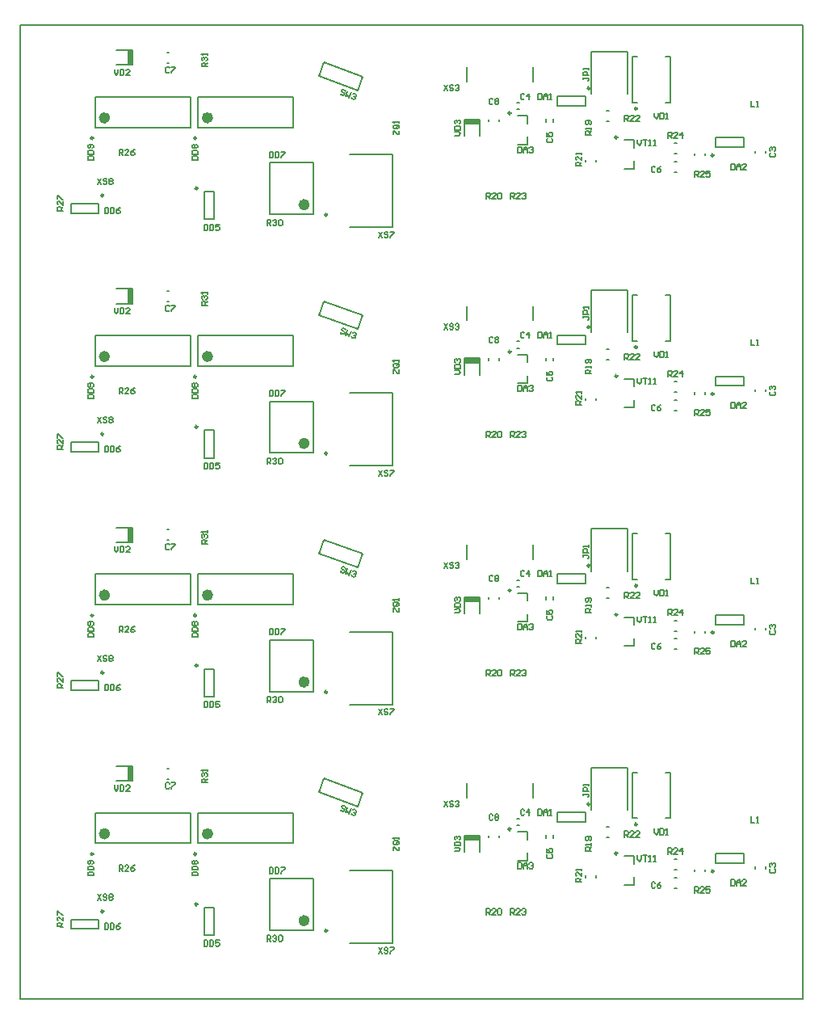
<source format=gto>
G04*
G04 #@! TF.GenerationSoftware,Altium Limited,Altium Designer,20.2.7 (254)*
G04*
G04 Layer_Color=65535*
%FSLAX44Y44*%
%MOMM*%
G71*
G04*
G04 #@! TF.SameCoordinates,9E9914D9-28FD-47AE-AA4C-24E4B2164C89*
G04*
G04*
G04 #@! TF.FilePolarity,Positive*
G04*
G01*
G75*
%ADD10C,0.2500*%
%ADD11C,0.6000*%
%ADD12C,0.2000*%
%ADD13C,0.1500*%
%ADD14R,0.5500X1.5500*%
%ADD15R,1.5500X0.5500*%
D10*
X596730Y453680D02*
G03*
X596730Y453680I-1250J0D01*
G01*
Y703680D02*
G03*
X596730Y703680I-1250J0D01*
G01*
Y953680D02*
G03*
X596730Y953680I-1250J0D01*
G01*
X726650Y383500D02*
G03*
X726650Y383500I-1250J0D01*
G01*
Y633500D02*
G03*
X726650Y633500I-1250J0D01*
G01*
Y883500D02*
G03*
X726650Y883500I-1250J0D01*
G01*
X513890Y427700D02*
G03*
X513890Y427700I-1250J0D01*
G01*
Y677700D02*
G03*
X513890Y677700I-1250J0D01*
G01*
Y927700D02*
G03*
X513890Y927700I-1250J0D01*
G01*
X185550Y348960D02*
G03*
X185550Y348960I-1250J0D01*
G01*
Y598960D02*
G03*
X185550Y598960I-1250J0D01*
G01*
Y848960D02*
G03*
X185550Y848960I-1250J0D01*
G01*
X86900Y341450D02*
G03*
X86900Y341450I-1250J0D01*
G01*
Y591450D02*
G03*
X86900Y591450I-1250J0D01*
G01*
Y841450D02*
G03*
X86900Y841450I-1250J0D01*
G01*
X321410Y321190D02*
G03*
X321410Y321190I-1250J0D01*
G01*
Y571190D02*
G03*
X321410Y571190I-1250J0D01*
G01*
Y821190D02*
G03*
X321410Y821190I-1250J0D01*
G01*
X184200Y401500D02*
G03*
X184200Y401500I-1250J0D01*
G01*
Y651500D02*
G03*
X184200Y651500I-1250J0D01*
G01*
Y901500D02*
G03*
X184200Y901500I-1250J0D01*
G01*
X76250Y401500D02*
G03*
X76250Y401500I-1250J0D01*
G01*
Y651500D02*
G03*
X76250Y651500I-1250J0D01*
G01*
Y901500D02*
G03*
X76250Y901500I-1250J0D01*
G01*
X646300Y432540D02*
G03*
X646300Y432540I-1250J0D01*
G01*
Y682540D02*
G03*
X646300Y682540I-1250J0D01*
G01*
Y932540D02*
G03*
X646300Y932540I-1250J0D01*
G01*
X625650Y402300D02*
G03*
X625650Y402300I-1250J0D01*
G01*
Y652300D02*
G03*
X625650Y652300I-1250J0D01*
G01*
Y902300D02*
G03*
X625650Y902300I-1250J0D01*
G01*
X596730Y203680D02*
G03*
X596730Y203680I-1250J0D01*
G01*
X726650Y133500D02*
G03*
X726650Y133500I-1250J0D01*
G01*
X646300Y182540D02*
G03*
X646300Y182540I-1250J0D01*
G01*
X625650Y152300D02*
G03*
X625650Y152300I-1250J0D01*
G01*
X513890Y177700D02*
G03*
X513890Y177700I-1250J0D01*
G01*
X185550Y98960D02*
G03*
X185550Y98960I-1250J0D01*
G01*
X86900Y91450D02*
G03*
X86900Y91450I-1250J0D01*
G01*
X321410Y71190D02*
G03*
X321410Y71190I-1250J0D01*
G01*
X184200Y151500D02*
G03*
X184200Y151500I-1250J0D01*
G01*
X76250D02*
G03*
X76250Y151500I-1250J0D01*
G01*
D11*
X300160Y331740D02*
G03*
X300160Y331740I-3000J0D01*
G01*
Y581740D02*
G03*
X300160Y581740I-3000J0D01*
G01*
Y831740D02*
G03*
X300160Y831740I-3000J0D01*
G01*
X198900Y422750D02*
G03*
X198900Y422750I-3000J0D01*
G01*
Y672750D02*
G03*
X198900Y672750I-3000J0D01*
G01*
Y922750D02*
G03*
X198900Y922750I-3000J0D01*
G01*
X90950Y422750D02*
G03*
X90950Y422750I-3000J0D01*
G01*
Y672750D02*
G03*
X90950Y672750I-3000J0D01*
G01*
Y922750D02*
G03*
X90950Y922750I-3000J0D01*
G01*
X300160Y81740D02*
G03*
X300160Y81740I-3000J0D01*
G01*
X198900Y172750D02*
G03*
X198900Y172750I-3000J0D01*
G01*
X90950D02*
G03*
X90950Y172750I-3000J0D01*
G01*
D12*
X0Y1020000D02*
X820000D01*
X0Y0D02*
Y1020000D01*
Y0D02*
X820000D01*
Y1020000D01*
X770100Y386200D02*
Y388200D01*
X781100Y386200D02*
Y388200D01*
X770100Y636200D02*
Y638200D01*
X781100Y636200D02*
Y638200D01*
X770100Y886200D02*
Y888200D01*
X781100Y886200D02*
Y888200D01*
X520100Y438600D02*
X523100D01*
X520100Y431600D02*
X523100D01*
X520100Y688600D02*
X523100D01*
X520100Y681600D02*
X523100D01*
X520100Y938600D02*
X523100D01*
X520100Y931600D02*
X523100D01*
X551120Y418360D02*
Y421360D01*
X558120Y418360D02*
Y421360D01*
X551120Y668360D02*
Y671360D01*
X558120Y668360D02*
Y671360D01*
X551120Y918360D02*
Y921360D01*
X558120Y918360D02*
Y921360D01*
X685700Y366100D02*
X687700D01*
X685700Y377100D02*
X687700D01*
X685700Y616100D02*
X687700D01*
X685700Y627100D02*
X687700D01*
X685700Y866100D02*
X687700D01*
X685700Y877100D02*
X687700D01*
X153620Y491400D02*
X155620D01*
X153620Y480400D02*
X155620D01*
X153620Y741400D02*
X155620D01*
X153620Y730400D02*
X155620D01*
X153620Y991400D02*
X155620D01*
X153620Y980400D02*
X155620D01*
X490700Y418860D02*
Y420860D01*
X501700Y418860D02*
Y420860D01*
X490700Y668860D02*
Y670860D01*
X501700Y668860D02*
Y670860D01*
X490700Y918860D02*
Y920860D01*
X501700Y918860D02*
Y920860D01*
X562980Y435180D02*
X591980D01*
X562980Y445180D02*
X591980D01*
X562980Y435180D02*
Y445180D01*
X591980Y435180D02*
Y445180D01*
X562980Y685180D02*
X591980D01*
X562980Y695180D02*
X591980D01*
X562980Y685180D02*
Y695180D01*
X591980Y685180D02*
Y695180D01*
X562980Y935180D02*
X591980D01*
X562980Y945180D02*
X591980D01*
X562980Y935180D02*
Y945180D01*
X591980Y935180D02*
Y945180D01*
X728900Y402000D02*
X757900D01*
X728900Y392000D02*
X757900D01*
Y402000D01*
X728900Y392000D02*
Y402000D01*
Y652000D02*
X757900D01*
X728900Y642000D02*
X757900D01*
Y652000D01*
X728900Y642000D02*
Y652000D01*
Y902000D02*
X757900D01*
X728900Y892000D02*
X757900D01*
Y902000D01*
X728900Y892000D02*
Y902000D01*
X531140Y394700D02*
Y402700D01*
X521140Y394700D02*
X531140D01*
Y416700D02*
Y424700D01*
X521140D02*
X531140D01*
Y644700D02*
Y652700D01*
X521140Y644700D02*
X531140D01*
Y666700D02*
Y674700D01*
X521140D02*
X531140D01*
Y894700D02*
Y902700D01*
X521140Y894700D02*
X531140D01*
Y916700D02*
Y924700D01*
X521140D02*
X531140D01*
X202800Y316460D02*
Y345460D01*
X192800Y316460D02*
Y345460D01*
Y316460D02*
X202800D01*
X192800Y345460D02*
X202800D01*
Y566460D02*
Y595460D01*
X192800Y566460D02*
Y595460D01*
Y566460D02*
X202800D01*
X192800Y595460D02*
X202800D01*
Y816460D02*
Y845460D01*
X192800Y816460D02*
Y845460D01*
Y816460D02*
X202800D01*
X192800Y845460D02*
X202800D01*
X53150Y322950D02*
X82150D01*
X53150Y332950D02*
X82150D01*
X53150Y322950D02*
Y332950D01*
X82150Y322950D02*
Y332950D01*
X53150Y572950D02*
X82150D01*
X53150Y582950D02*
X82150D01*
X53150Y572950D02*
Y582950D01*
X82150Y572950D02*
Y582950D01*
X53150Y822950D02*
X82150D01*
X53150Y832950D02*
X82150D01*
X53150Y822950D02*
Y832950D01*
X82150Y822950D02*
Y832950D01*
X261160Y375740D02*
X307160D01*
X261160Y321740D02*
X307160D01*
X261160D02*
Y375740D01*
X307160Y321740D02*
Y375740D01*
X261160Y625740D02*
X307160D01*
X261160Y571740D02*
X307160D01*
X261160D02*
Y625740D01*
X307160Y571740D02*
Y625740D01*
X261160Y875740D02*
X307160D01*
X261160Y821740D02*
X307160D01*
X261160D02*
Y875740D01*
X307160Y821740D02*
Y875740D01*
X285900Y412750D02*
Y444750D01*
X185900Y412750D02*
Y444750D01*
X285900D01*
X185900Y412750D02*
X285900D01*
Y662750D02*
Y694750D01*
X185900Y662750D02*
Y694750D01*
X285900D01*
X185900Y662750D02*
X285900D01*
Y912750D02*
Y944750D01*
X185900Y912750D02*
Y944750D01*
X285900D01*
X185900Y912750D02*
X285900D01*
X177950Y412750D02*
Y444750D01*
X77950Y412750D02*
Y444750D01*
X177950D01*
X77950Y412750D02*
X177950D01*
Y662750D02*
Y694750D01*
X77950Y662750D02*
Y694750D01*
X177950D01*
X77950Y662750D02*
X177950D01*
Y912750D02*
Y944750D01*
X77950Y912750D02*
Y944750D01*
X177950D01*
X77950Y912750D02*
X177950D01*
X597800Y492250D02*
X635900D01*
Y447800D02*
Y492250D01*
X597800Y447800D02*
Y492250D01*
Y742250D02*
X635900D01*
Y697800D02*
Y742250D01*
X597800Y697800D02*
Y742250D01*
Y992250D02*
X635900D01*
Y947800D02*
Y992250D01*
X597800Y947800D02*
Y992250D01*
X592300Y376950D02*
Y378950D01*
X603300Y376950D02*
Y378950D01*
X592300Y626950D02*
Y628950D01*
X603300Y626950D02*
Y628950D01*
X592300Y876950D02*
Y878950D01*
X603300Y876950D02*
Y878950D01*
X614580Y419440D02*
X616580Y419440D01*
X614580Y430440D02*
X616580Y430440D01*
X614580Y669440D02*
X616580Y669440D01*
X614580Y680440D02*
X616580Y680440D01*
X614580Y919440D02*
X616580Y919440D01*
X614580Y930440D02*
X616580Y930440D01*
X685700Y385150D02*
X687700D01*
X685700Y396150D02*
X687700D01*
X685700Y635150D02*
X687700D01*
X685700Y646150D02*
X687700D01*
X685700Y885150D02*
X687700D01*
X685700Y896150D02*
X687700D01*
X706600Y383300D02*
Y385300D01*
X717600Y383300D02*
Y385300D01*
X706600Y633300D02*
Y635300D01*
X717600Y633300D02*
Y635300D01*
X706600Y883300D02*
Y885300D01*
X717600Y883300D02*
Y885300D01*
X676050Y487040D02*
X681300D01*
X676050Y439040D02*
X681300D01*
X641300Y487040D02*
X646550D01*
X641300Y439040D02*
X646550D01*
X681300D02*
Y487040D01*
X641300Y439040D02*
Y487040D01*
X676050Y737040D02*
X681300D01*
X676050Y689040D02*
X681300D01*
X641300Y737040D02*
X646550D01*
X641300Y689040D02*
X646550D01*
X681300D02*
Y737040D01*
X641300Y689040D02*
Y737040D01*
X676050Y987040D02*
X681300D01*
X676050Y939040D02*
X681300D01*
X641300Y987040D02*
X646550D01*
X641300Y939040D02*
X646550D01*
X681300D02*
Y987040D01*
X641300Y939040D02*
Y987040D01*
X117400Y478150D02*
Y493650D01*
X100400D02*
X117400D01*
X100400Y478150D02*
X117400D01*
Y728150D02*
Y743650D01*
X100400D02*
X117400D01*
X100400Y728150D02*
X117400D01*
Y978150D02*
Y993650D01*
X100400D02*
X117400D01*
X100400Y978150D02*
X117400D01*
X465590Y420740D02*
X481090D01*
X465590Y403740D02*
Y420740D01*
X481090Y403740D02*
Y420740D01*
X465590Y670740D02*
X481090D01*
X465590Y653740D02*
Y670740D01*
X481090Y653740D02*
Y670740D01*
X465590Y920740D02*
X481090D01*
X465590Y903740D02*
Y920740D01*
X481090Y903740D02*
Y920740D01*
X642900Y369300D02*
Y377300D01*
X632900Y369300D02*
X642900D01*
Y391300D02*
Y399300D01*
X632900D02*
X642900D01*
Y619300D02*
Y627300D01*
X632900Y619300D02*
X642900D01*
Y641300D02*
Y649300D01*
X632900D02*
X642900D01*
Y869300D02*
Y877300D01*
X632900Y869300D02*
X642900D01*
Y891300D02*
Y899300D01*
X632900D02*
X642900D01*
X467400Y460500D02*
Y475500D01*
X537400Y460500D02*
Y475500D01*
X467400Y710500D02*
Y725500D01*
X537400Y710500D02*
Y725500D01*
X467400Y960500D02*
Y975500D01*
X537400Y960500D02*
Y975500D01*
X345120Y308100D02*
X390120D01*
Y384300D01*
X345120D02*
X390120D01*
X345120Y558100D02*
X390120D01*
Y634300D01*
X345120D02*
X390120D01*
X345120Y808100D02*
X390120D01*
Y884300D01*
X345120D02*
X390120D01*
X781100Y136200D02*
Y138200D01*
X770100Y136200D02*
Y138200D01*
X520100Y181600D02*
X523100D01*
X520100Y188600D02*
X523100D01*
X558120Y168360D02*
Y171360D01*
X551120Y168360D02*
Y171360D01*
X685700Y127100D02*
X687700D01*
X685700Y116100D02*
X687700D01*
X591980Y185180D02*
Y195180D01*
X562980Y185180D02*
Y195180D01*
X591980D01*
X562980Y185180D02*
X591980D01*
X728900Y142000D02*
Y152000D01*
X757900Y142000D02*
Y152000D01*
X728900Y142000D02*
X757900D01*
X728900Y152000D02*
X757900D01*
X597800Y197800D02*
Y242250D01*
X635900Y197800D02*
Y242250D01*
X597800D02*
X635900D01*
X603300Y126950D02*
Y128950D01*
X592300Y126950D02*
Y128950D01*
X614580Y180440D02*
X616580Y180440D01*
X614580Y169440D02*
X616580Y169440D01*
X685700Y146150D02*
X687700D01*
X685700Y135150D02*
X687700D01*
X717600Y133300D02*
Y135300D01*
X706600Y133300D02*
Y135300D01*
X641300Y189040D02*
Y237040D01*
X681300Y189040D02*
Y237040D01*
X641300Y189040D02*
X646550D01*
X641300Y237040D02*
X646550D01*
X676050Y189040D02*
X681300D01*
X676050Y237040D02*
X681300D01*
X632900Y149300D02*
X642900D01*
Y141300D02*
Y149300D01*
X632900Y119300D02*
X642900D01*
Y127300D01*
X537400Y210500D02*
Y225500D01*
X467400Y210500D02*
Y225500D01*
X481090Y153740D02*
Y170740D01*
X465590Y153740D02*
Y170740D01*
X481090D01*
X521140Y174700D02*
X531140D01*
Y166700D02*
Y174700D01*
X521140Y144700D02*
X531140D01*
Y152700D01*
X501700Y168860D02*
Y170860D01*
X490700Y168860D02*
Y170860D01*
X353554Y951546D02*
X358766Y965867D01*
X318190Y980636D02*
X358766Y965867D01*
X312978Y966315D02*
X318190Y980636D01*
X312978Y966315D02*
X353554Y951546D01*
Y701546D02*
X358766Y715867D01*
X318190Y730636D02*
X358766Y715867D01*
X312978Y716315D02*
X318190Y730636D01*
X312978Y716315D02*
X353554Y701546D01*
Y451546D02*
X358766Y465867D01*
X318190Y480636D02*
X358766Y465867D01*
X312978Y466315D02*
X318190Y480636D01*
X312978Y466315D02*
X353554Y451546D01*
X153620Y230400D02*
X155620D01*
X153620Y241400D02*
X155620D01*
X192800Y95460D02*
X202800D01*
X192800Y66460D02*
X202800D01*
X192800D02*
Y95460D01*
X202800Y66460D02*
Y95460D01*
X82150Y72950D02*
Y82950D01*
X53150Y72950D02*
Y82950D01*
X82150D01*
X53150Y72950D02*
X82150D01*
X307160Y71740D02*
Y125740D01*
X261160Y71740D02*
Y125740D01*
Y71740D02*
X307160D01*
X261160Y125740D02*
X307160D01*
X185900Y162750D02*
X285900D01*
X185900Y194750D02*
X285900D01*
X185900Y162750D02*
Y194750D01*
X285900Y162750D02*
Y194750D01*
X77950Y162750D02*
X177950D01*
X77950Y194750D02*
X177950D01*
X77950Y162750D02*
Y194750D01*
X177950Y162750D02*
Y194750D01*
X100400Y228150D02*
X117400D01*
X100400Y243650D02*
X117400D01*
Y228150D02*
Y243650D01*
X345120Y134300D02*
X390120D01*
Y58100D02*
Y134300D01*
X345120Y58100D02*
X390120D01*
X353554Y201546D02*
X358766Y215867D01*
X318190Y230636D02*
X358766Y215867D01*
X312978Y216315D02*
X318190Y230636D01*
X312978Y216315D02*
X353554Y201546D01*
D13*
X786313Y385817D02*
X785325Y384805D01*
X785349Y382806D01*
X786360Y381818D01*
X790359Y381866D01*
X791346Y382877D01*
X791322Y384876D01*
X790311Y385864D01*
X786289Y387816D02*
X785277Y388804D01*
X785254Y390803D01*
X786242Y391814D01*
X787241Y391826D01*
X788253Y390839D01*
X788264Y389839D01*
X788253Y390839D01*
X789240Y391850D01*
X790240Y391862D01*
X791251Y390874D01*
X791275Y388875D01*
X790287Y387863D01*
X786313Y635817D02*
X785325Y634805D01*
X785349Y632806D01*
X786360Y631818D01*
X790359Y631866D01*
X791346Y632877D01*
X791322Y634876D01*
X790311Y635864D01*
X786289Y637816D02*
X785277Y638804D01*
X785254Y640803D01*
X786242Y641814D01*
X787241Y641826D01*
X788253Y640838D01*
X788264Y639839D01*
X788253Y640838D01*
X789240Y641850D01*
X790240Y641862D01*
X791251Y640874D01*
X791275Y638875D01*
X790287Y637863D01*
X786313Y885817D02*
X785325Y884805D01*
X785349Y882806D01*
X786360Y881818D01*
X790359Y881866D01*
X791346Y882877D01*
X791322Y884876D01*
X790311Y885864D01*
X786289Y887816D02*
X785277Y888804D01*
X785254Y890803D01*
X786242Y891814D01*
X787241Y891826D01*
X788253Y890838D01*
X788264Y889839D01*
X788253Y890838D01*
X789240Y891850D01*
X790240Y891862D01*
X791251Y890874D01*
X791275Y888875D01*
X790287Y887863D01*
X528220Y447259D02*
X527221Y448259D01*
X525221D01*
X524222Y447259D01*
Y443261D01*
X525221Y442261D01*
X527221D01*
X528220Y443261D01*
X533219Y442261D02*
Y448259D01*
X530220Y445260D01*
X534218D01*
X528220Y697259D02*
X527221Y698259D01*
X525221D01*
X524222Y697259D01*
Y693261D01*
X525221Y692261D01*
X527221D01*
X528220Y693261D01*
X533219Y692261D02*
Y698259D01*
X530220Y695260D01*
X534218D01*
X528220Y947259D02*
X527221Y948259D01*
X525221D01*
X524222Y947259D01*
Y943261D01*
X525221Y942261D01*
X527221D01*
X528220Y943261D01*
X533219Y942261D02*
Y948259D01*
X530220Y945260D01*
X534218D01*
X552621Y401080D02*
X551621Y400081D01*
Y398081D01*
X552621Y397082D01*
X556619D01*
X557619Y398081D01*
Y400081D01*
X556619Y401080D01*
X551621Y407078D02*
Y403080D01*
X554620D01*
X553620Y405079D01*
Y406079D01*
X554620Y407078D01*
X556619D01*
X557619Y406079D01*
Y404079D01*
X556619Y403080D01*
X552621Y651080D02*
X551621Y650081D01*
Y648081D01*
X552621Y647082D01*
X556619D01*
X557619Y648081D01*
Y650081D01*
X556619Y651080D01*
X551621Y657078D02*
Y653080D01*
X554620D01*
X553620Y655079D01*
Y656079D01*
X554620Y657078D01*
X556619D01*
X557619Y656079D01*
Y654079D01*
X556619Y653080D01*
X552621Y901080D02*
X551621Y900081D01*
Y898081D01*
X552621Y897082D01*
X556619D01*
X557619Y898081D01*
Y900081D01*
X556619Y901080D01*
X551621Y907078D02*
Y903080D01*
X554620D01*
X553620Y905079D01*
Y906079D01*
X554620Y907078D01*
X556619D01*
X557619Y906079D01*
Y904079D01*
X556619Y903080D01*
X665380Y371059D02*
X664381Y372059D01*
X662381D01*
X661382Y371059D01*
Y367061D01*
X662381Y366061D01*
X664381D01*
X665380Y367061D01*
X671378Y372059D02*
X669379Y371059D01*
X667380Y369060D01*
Y367061D01*
X668379Y366061D01*
X670379D01*
X671378Y367061D01*
Y368060D01*
X670379Y369060D01*
X667380D01*
X665380Y621059D02*
X664381Y622059D01*
X662381D01*
X661382Y621059D01*
Y617061D01*
X662381Y616061D01*
X664381D01*
X665380Y617061D01*
X671378Y622059D02*
X669379Y621059D01*
X667380Y619060D01*
Y617061D01*
X668379Y616061D01*
X670379D01*
X671378Y617061D01*
Y618060D01*
X670379Y619060D01*
X667380D01*
X665380Y871059D02*
X664381Y872059D01*
X662381D01*
X661382Y871059D01*
Y867061D01*
X662381Y866061D01*
X664381D01*
X665380Y867061D01*
X671378Y872059D02*
X669379Y871059D01*
X667380Y869060D01*
Y867061D01*
X668379Y866061D01*
X670379D01*
X671378Y867061D01*
Y868060D01*
X670379Y869060D01*
X667380D01*
X156160Y475199D02*
X155161Y476199D01*
X153161D01*
X152162Y475199D01*
Y471201D01*
X153161Y470201D01*
X155161D01*
X156160Y471201D01*
X158160Y476199D02*
X162158D01*
Y475199D01*
X158160Y471201D01*
Y470201D01*
X156160Y725199D02*
X155161Y726199D01*
X153161D01*
X152162Y725199D01*
Y721201D01*
X153161Y720201D01*
X155161D01*
X156160Y721201D01*
X158160Y726199D02*
X162158D01*
Y725199D01*
X158160Y721201D01*
Y720201D01*
X156160Y975199D02*
X155161Y976199D01*
X153161D01*
X152162Y975199D01*
Y971201D01*
X153161Y970201D01*
X155161D01*
X156160Y971201D01*
X158160Y976199D02*
X162158D01*
Y975199D01*
X158160Y971201D01*
Y970201D01*
X495200Y442179D02*
X494201Y443179D01*
X492201D01*
X491202Y442179D01*
Y438181D01*
X492201Y437181D01*
X494201D01*
X495200Y438181D01*
X497200Y442179D02*
X498199Y443179D01*
X500199D01*
X501198Y442179D01*
Y441180D01*
X500199Y440180D01*
X501198Y439180D01*
Y438181D01*
X500199Y437181D01*
X498199D01*
X497200Y438181D01*
Y439180D01*
X498199Y440180D01*
X497200Y441180D01*
Y442179D01*
X498199Y440180D02*
X500199D01*
X495200Y692179D02*
X494201Y693179D01*
X492201D01*
X491202Y692179D01*
Y688181D01*
X492201Y687181D01*
X494201D01*
X495200Y688181D01*
X497200Y692179D02*
X498199Y693179D01*
X500199D01*
X501198Y692179D01*
Y691180D01*
X500199Y690180D01*
X501198Y689180D01*
Y688181D01*
X500199Y687181D01*
X498199D01*
X497200Y688181D01*
Y689180D01*
X498199Y690180D01*
X497200Y691180D01*
Y692179D01*
X498199Y690180D02*
X500199D01*
X495200Y942179D02*
X494201Y943179D01*
X492201D01*
X491202Y942179D01*
Y938181D01*
X492201Y937181D01*
X494201D01*
X495200Y938181D01*
X497200Y942179D02*
X498199Y943179D01*
X500199D01*
X501198Y942179D01*
Y941180D01*
X500199Y940180D01*
X501198Y939180D01*
Y938181D01*
X500199Y937181D01*
X498199D01*
X497200Y938181D01*
Y939180D01*
X498199Y940180D01*
X497200Y941180D01*
Y942179D01*
X498199Y940180D02*
X500199D01*
X542542Y448259D02*
Y442261D01*
X545541D01*
X546541Y443261D01*
Y447259D01*
X545541Y448259D01*
X542542D01*
X548540Y442261D02*
Y446260D01*
X550540Y448259D01*
X552539Y446260D01*
Y442261D01*
Y445260D01*
X548540D01*
X554538Y442261D02*
X556538D01*
X555538D01*
Y448259D01*
X554538Y447259D01*
X542542Y698259D02*
Y692261D01*
X545541D01*
X546541Y693261D01*
Y697259D01*
X545541Y698259D01*
X542542D01*
X548540Y692261D02*
Y696260D01*
X550540Y698259D01*
X552539Y696260D01*
Y692261D01*
Y695260D01*
X548540D01*
X554538Y692261D02*
X556538D01*
X555538D01*
Y698259D01*
X554538Y697259D01*
X542542Y948259D02*
Y942261D01*
X545541D01*
X546541Y943261D01*
Y947259D01*
X545541Y948259D01*
X542542D01*
X548540Y942261D02*
Y946260D01*
X550540Y948259D01*
X552539Y946260D01*
Y942261D01*
Y945260D01*
X548540D01*
X554538Y942261D02*
X556538D01*
X555538D01*
Y948259D01*
X554538Y947259D01*
X744743Y374599D02*
Y368601D01*
X747742D01*
X748741Y369601D01*
Y373599D01*
X747742Y374599D01*
X744743D01*
X750741Y368601D02*
Y372600D01*
X752740Y374599D01*
X754739Y372600D01*
Y368601D01*
Y371600D01*
X750741D01*
X760737Y368601D02*
X756739D01*
X760737Y372600D01*
Y373599D01*
X759738Y374599D01*
X757738D01*
X756739Y373599D01*
X744743Y624599D02*
Y618601D01*
X747742D01*
X748741Y619601D01*
Y623599D01*
X747742Y624599D01*
X744743D01*
X750741Y618601D02*
Y622600D01*
X752740Y624599D01*
X754739Y622600D01*
Y618601D01*
Y621600D01*
X750741D01*
X760737Y618601D02*
X756739D01*
X760737Y622600D01*
Y623599D01*
X759738Y624599D01*
X757738D01*
X756739Y623599D01*
X744743Y874599D02*
Y868601D01*
X747742D01*
X748741Y869601D01*
Y873599D01*
X747742Y874599D01*
X744743D01*
X750741Y868601D02*
Y872600D01*
X752740Y874599D01*
X754739Y872600D01*
Y868601D01*
Y871600D01*
X750741D01*
X760737Y868601D02*
X756739D01*
X760737Y872600D01*
Y873599D01*
X759738Y874599D01*
X757738D01*
X756739Y873599D01*
X521223Y392379D02*
Y386381D01*
X524222D01*
X525221Y387381D01*
Y391379D01*
X524222Y392379D01*
X521223D01*
X527221Y386381D02*
Y390380D01*
X529220Y392379D01*
X531219Y390380D01*
Y386381D01*
Y389380D01*
X527221D01*
X533219Y391379D02*
X534218Y392379D01*
X536218D01*
X537217Y391379D01*
Y390380D01*
X536218Y389380D01*
X535218D01*
X536218D01*
X537217Y388380D01*
Y387381D01*
X536218Y386381D01*
X534218D01*
X533219Y387381D01*
X521223Y642379D02*
Y636381D01*
X524222D01*
X525221Y637381D01*
Y641379D01*
X524222Y642379D01*
X521223D01*
X527221Y636381D02*
Y640380D01*
X529220Y642379D01*
X531219Y640380D01*
Y636381D01*
Y639380D01*
X527221D01*
X533219Y641379D02*
X534218Y642379D01*
X536218D01*
X537217Y641379D01*
Y640380D01*
X536218Y639380D01*
X535218D01*
X536218D01*
X537217Y638380D01*
Y637381D01*
X536218Y636381D01*
X534218D01*
X533219Y637381D01*
X521223Y892379D02*
Y886381D01*
X524222D01*
X525221Y887381D01*
Y891379D01*
X524222Y892379D01*
X521223D01*
X527221Y886381D02*
Y890380D01*
X529220Y892379D01*
X531219Y890380D01*
Y886381D01*
Y889380D01*
X527221D01*
X533219Y891379D02*
X534218Y892379D01*
X536218D01*
X537217Y891379D01*
Y890380D01*
X536218Y889380D01*
X535218D01*
X536218D01*
X537217Y888380D01*
Y887381D01*
X536218Y886381D01*
X534218D01*
X533219Y887381D01*
X192343Y311099D02*
Y305101D01*
X195342D01*
X196341Y306101D01*
Y310099D01*
X195342Y311099D01*
X192343D01*
X198341D02*
Y305101D01*
X201340D01*
X202339Y306101D01*
Y310099D01*
X201340Y311099D01*
X198341D01*
X208337D02*
X204339D01*
Y308100D01*
X206338Y309100D01*
X207338D01*
X208337Y308100D01*
Y306101D01*
X207338Y305101D01*
X205338D01*
X204339Y306101D01*
X192343Y561099D02*
Y555101D01*
X195342D01*
X196341Y556101D01*
Y560099D01*
X195342Y561099D01*
X192343D01*
X198341D02*
Y555101D01*
X201340D01*
X202339Y556101D01*
Y560099D01*
X201340Y561099D01*
X198341D01*
X208337D02*
X204339D01*
Y558100D01*
X206338Y559100D01*
X207338D01*
X208337Y558100D01*
Y556101D01*
X207338Y555101D01*
X205338D01*
X204339Y556101D01*
X192343Y811099D02*
Y805101D01*
X195342D01*
X196341Y806101D01*
Y810099D01*
X195342Y811099D01*
X192343D01*
X198341D02*
Y805101D01*
X201340D01*
X202339Y806101D01*
Y810099D01*
X201340Y811099D01*
X198341D01*
X208337D02*
X204339D01*
Y808100D01*
X206338Y809100D01*
X207338D01*
X208337Y808100D01*
Y806101D01*
X207338Y805101D01*
X205338D01*
X204339Y806101D01*
X88203Y328879D02*
Y322881D01*
X91202D01*
X92201Y323881D01*
Y327879D01*
X91202Y328879D01*
X88203D01*
X94201D02*
Y322881D01*
X97200D01*
X98199Y323881D01*
Y327879D01*
X97200Y328879D01*
X94201D01*
X104197D02*
X102198Y327879D01*
X100199Y325880D01*
Y323881D01*
X101198Y322881D01*
X103198D01*
X104197Y323881D01*
Y324880D01*
X103198Y325880D01*
X100199D01*
X88203Y578879D02*
Y572881D01*
X91202D01*
X92201Y573881D01*
Y577879D01*
X91202Y578879D01*
X88203D01*
X94201D02*
Y572881D01*
X97200D01*
X98199Y573881D01*
Y577879D01*
X97200Y578879D01*
X94201D01*
X104197D02*
X102198Y577879D01*
X100199Y575880D01*
Y573881D01*
X101198Y572881D01*
X103198D01*
X104197Y573881D01*
Y574880D01*
X103198Y575880D01*
X100199D01*
X88203Y828879D02*
Y822881D01*
X91202D01*
X92201Y823881D01*
Y827879D01*
X91202Y828879D01*
X88203D01*
X94201D02*
Y822881D01*
X97200D01*
X98199Y823881D01*
Y827879D01*
X97200Y828879D01*
X94201D01*
X104197D02*
X102198Y827879D01*
X100199Y825880D01*
Y823881D01*
X101198Y822881D01*
X103198D01*
X104197Y823881D01*
Y824880D01*
X103198Y825880D01*
X100199D01*
X260923Y387299D02*
Y381301D01*
X263922D01*
X264921Y382301D01*
Y386299D01*
X263922Y387299D01*
X260923D01*
X266921D02*
Y381301D01*
X269920D01*
X270919Y382301D01*
Y386299D01*
X269920Y387299D01*
X266921D01*
X272919D02*
X276917D01*
Y386299D01*
X272919Y382301D01*
Y381301D01*
X260923Y637299D02*
Y631301D01*
X263922D01*
X264921Y632301D01*
Y636299D01*
X263922Y637299D01*
X260923D01*
X266921D02*
Y631301D01*
X269920D01*
X270919Y632301D01*
Y636299D01*
X269920Y637299D01*
X266921D01*
X272919D02*
X276917D01*
Y636299D01*
X272919Y632301D01*
Y631301D01*
X260923Y887299D02*
Y881301D01*
X263922D01*
X264921Y882301D01*
Y886299D01*
X263922Y887299D01*
X260923D01*
X266921D02*
Y881301D01*
X269920D01*
X270919Y882301D01*
Y886299D01*
X269920Y887299D01*
X266921D01*
X272919D02*
X276917D01*
Y886299D01*
X272919Y882301D01*
Y881301D01*
X179600Y378828D02*
X185598Y378857D01*
X185583Y381856D01*
X184579Y382851D01*
X180580Y382832D01*
X179585Y381827D01*
X179600Y378828D01*
X179571Y384826D02*
X185569Y384855D01*
X185554Y387854D01*
X184550Y388849D01*
X180551Y388830D01*
X179556Y387825D01*
X179571Y384826D01*
X180541Y390829D02*
X179537Y391824D01*
X179527Y393823D01*
X180522Y394828D01*
X181522Y394832D01*
X182526Y393838D01*
X183521Y394842D01*
X184521Y394847D01*
X185525Y393852D01*
X185535Y391853D01*
X184540Y390848D01*
X183540Y390844D01*
X182536Y391838D01*
X181541Y390834D01*
X180541Y390829D01*
X182536Y391838D02*
X182526Y393838D01*
X179600Y628828D02*
X185598Y628857D01*
X185583Y631856D01*
X184579Y632851D01*
X180580Y632832D01*
X179585Y631827D01*
X179600Y628828D01*
X179571Y634826D02*
X185569Y634855D01*
X185554Y637854D01*
X184550Y638849D01*
X180551Y638830D01*
X179556Y637825D01*
X179571Y634826D01*
X180541Y640829D02*
X179537Y641824D01*
X179527Y643823D01*
X180522Y644828D01*
X181522Y644833D01*
X182526Y643838D01*
X183521Y644842D01*
X184521Y644847D01*
X185525Y643852D01*
X185535Y641853D01*
X184540Y640848D01*
X183540Y640844D01*
X182536Y641838D01*
X181541Y640834D01*
X180541Y640829D01*
X182536Y641838D02*
X182526Y643838D01*
X179600Y878828D02*
X185598Y878857D01*
X185583Y881856D01*
X184579Y882851D01*
X180580Y882832D01*
X179585Y881827D01*
X179600Y878828D01*
X179571Y884826D02*
X185569Y884855D01*
X185554Y887854D01*
X184550Y888849D01*
X180551Y888830D01*
X179556Y887825D01*
X179571Y884826D01*
X180541Y890829D02*
X179537Y891824D01*
X179527Y893823D01*
X180522Y894828D01*
X181522Y894833D01*
X182526Y893838D01*
X183521Y894842D01*
X184521Y894847D01*
X185525Y893852D01*
X185535Y891853D01*
X184540Y890848D01*
X183540Y890844D01*
X182536Y891838D01*
X181541Y890834D01*
X180541Y890829D01*
X182536Y891838D02*
X182526Y893838D01*
X70348Y378840D02*
X76346Y378845D01*
X76343Y381844D01*
X75343Y382843D01*
X71344Y382840D01*
X70345Y381839D01*
X70348Y378840D01*
X70343Y384838D02*
X76341Y384843D01*
X76338Y387842D01*
X75338Y388841D01*
X71339Y388838D01*
X70340Y387837D01*
X70343Y384838D01*
X75336Y390840D02*
X76335Y391841D01*
X76333Y393840D01*
X75333Y394839D01*
X71334Y394836D01*
X70335Y393835D01*
X70337Y391836D01*
X71337Y390837D01*
X72337Y390838D01*
X73336Y391838D01*
X73333Y394837D01*
X70348Y628840D02*
X76346Y628845D01*
X76343Y631844D01*
X75343Y632843D01*
X71344Y632840D01*
X70345Y631839D01*
X70348Y628840D01*
X70343Y634838D02*
X76341Y634843D01*
X76338Y637842D01*
X75338Y638841D01*
X71339Y638838D01*
X70340Y637837D01*
X70343Y634838D01*
X75336Y640840D02*
X76335Y641841D01*
X76333Y643840D01*
X75333Y644839D01*
X71334Y644836D01*
X70335Y643835D01*
X70337Y641836D01*
X71337Y640837D01*
X72337Y640838D01*
X73336Y641838D01*
X73333Y644837D01*
X70348Y878840D02*
X76346Y878845D01*
X76343Y881844D01*
X75343Y882843D01*
X71344Y882840D01*
X70345Y881839D01*
X70348Y878840D01*
X70343Y884838D02*
X76341Y884843D01*
X76338Y887842D01*
X75338Y888841D01*
X71339Y888838D01*
X70340Y887837D01*
X70343Y884838D01*
X75336Y890840D02*
X76335Y891841D01*
X76333Y893840D01*
X75333Y894839D01*
X71334Y894836D01*
X70335Y893835D01*
X70337Y891836D01*
X71337Y890837D01*
X72337Y890838D01*
X73336Y891838D01*
X73333Y894837D01*
X589721Y465121D02*
Y463122D01*
Y464121D01*
X594719D01*
X595719Y463122D01*
Y462122D01*
X594719Y461122D01*
X595719Y467120D02*
X589721D01*
Y470119D01*
X590721Y471119D01*
X592720D01*
X593720Y470119D01*
Y467120D01*
X595719Y473118D02*
Y475118D01*
Y474118D01*
X589721D01*
X590721Y473118D01*
X589721Y715121D02*
Y713122D01*
Y714121D01*
X594719D01*
X595719Y713122D01*
Y712122D01*
X594719Y711122D01*
X595719Y717120D02*
X589721D01*
Y720119D01*
X590721Y721119D01*
X592720D01*
X593720Y720119D01*
Y717120D01*
X595719Y723118D02*
Y725118D01*
Y724118D01*
X589721D01*
X590721Y723118D01*
X589721Y965121D02*
Y963122D01*
Y964121D01*
X594719D01*
X595719Y963122D01*
Y962122D01*
X594719Y961122D01*
X595719Y967120D02*
X589721D01*
Y970119D01*
X590721Y971119D01*
X592720D01*
X593720Y970119D01*
Y967120D01*
X595719Y973118D02*
Y975118D01*
Y974118D01*
X589721D01*
X590721Y973118D01*
X765641Y440639D02*
Y434641D01*
X769640D01*
X771639D02*
X773639D01*
X772639D01*
Y440639D01*
X771639Y439639D01*
X765641Y690639D02*
Y684641D01*
X769640D01*
X771639D02*
X773639D01*
X772639D01*
Y690639D01*
X771639Y689639D01*
X765641Y940639D02*
Y934641D01*
X769640D01*
X771639D02*
X773639D01*
X772639D01*
Y940639D01*
X771639Y939639D01*
X598210Y404723D02*
X592212Y404762D01*
X592232Y407761D01*
X593238Y408754D01*
X595237Y408741D01*
X596230Y407735D01*
X596211Y404736D01*
X596224Y406735D02*
X598236Y408722D01*
X598249Y410721D02*
X598262Y412720D01*
X598256Y411721D01*
X592258Y411760D01*
X593251Y410754D01*
X597282Y415726D02*
X598288Y416719D01*
X598302Y418718D01*
X597308Y419724D01*
X593310Y419751D01*
X592304Y418757D01*
X592290Y416758D01*
X593284Y415752D01*
X594283Y415745D01*
X595289Y416739D01*
X595309Y419737D01*
X598210Y654723D02*
X592212Y654762D01*
X592232Y657761D01*
X593238Y658754D01*
X595237Y658741D01*
X596230Y657735D01*
X596211Y654736D01*
X596224Y656735D02*
X598236Y658722D01*
X598249Y660721D02*
X598262Y662720D01*
X598256Y661721D01*
X592258Y661760D01*
X593251Y660754D01*
X597282Y665726D02*
X598288Y666719D01*
X598302Y668718D01*
X597308Y669724D01*
X593310Y669751D01*
X592304Y668757D01*
X592290Y666758D01*
X593284Y665752D01*
X594283Y665745D01*
X595289Y666738D01*
X595309Y669737D01*
X598210Y904723D02*
X592212Y904762D01*
X592232Y907761D01*
X593238Y908754D01*
X595237Y908741D01*
X596230Y907735D01*
X596211Y904736D01*
X596224Y906735D02*
X598236Y908722D01*
X598249Y910721D02*
X598262Y912720D01*
X598256Y911721D01*
X592258Y911760D01*
X593251Y910754D01*
X597282Y915726D02*
X598288Y916719D01*
X598302Y918718D01*
X597308Y919724D01*
X593310Y919751D01*
X592304Y918757D01*
X592290Y916758D01*
X593284Y915752D01*
X594283Y915745D01*
X595289Y916739D01*
X595309Y919737D01*
X488203Y338121D02*
Y344119D01*
X491202D01*
X492201Y343119D01*
Y341120D01*
X491202Y340120D01*
X488203D01*
X490202D02*
X492201Y338121D01*
X498199D02*
X494201D01*
X498199Y342120D01*
Y343119D01*
X497200Y344119D01*
X495200D01*
X494201Y343119D01*
X500199D02*
X501198Y344119D01*
X503198D01*
X504197Y343119D01*
Y339121D01*
X503198Y338121D01*
X501198D01*
X500199Y339121D01*
Y343119D01*
X488203Y588121D02*
Y594119D01*
X491202D01*
X492201Y593119D01*
Y591120D01*
X491202Y590120D01*
X488203D01*
X490202D02*
X492201Y588121D01*
X498199D02*
X494201D01*
X498199Y592120D01*
Y593119D01*
X497200Y594119D01*
X495200D01*
X494201Y593119D01*
X500199D02*
X501198Y594119D01*
X503198D01*
X504197Y593119D01*
Y589121D01*
X503198Y588121D01*
X501198D01*
X500199Y589121D01*
Y593119D01*
X488203Y838121D02*
Y844119D01*
X491202D01*
X492201Y843119D01*
Y841120D01*
X491202Y840120D01*
X488203D01*
X490202D02*
X492201Y838121D01*
X498199D02*
X494201D01*
X498199Y842120D01*
Y843119D01*
X497200Y844119D01*
X495200D01*
X494201Y843119D01*
X500199D02*
X501198Y844119D01*
X503198D01*
X504197Y843119D01*
Y839121D01*
X503198Y838121D01*
X501198D01*
X500199Y839121D01*
Y843119D01*
X588002Y372182D02*
X582004Y372265D01*
X582046Y375263D01*
X583059Y376249D01*
X585059Y376221D01*
X586044Y375208D01*
X586003Y372209D01*
X586030Y374208D02*
X588057Y376180D01*
X588140Y382177D02*
X588085Y378179D01*
X584142Y382233D01*
X583142Y382247D01*
X582129Y381261D01*
X582101Y379262D01*
X583087Y378248D01*
X588168Y384176D02*
X588196Y386176D01*
X588182Y385176D01*
X582184Y385259D01*
X583170Y384246D01*
X588002Y622181D02*
X582004Y622265D01*
X582046Y625263D01*
X583059Y626249D01*
X585058Y626221D01*
X586044Y625208D01*
X586003Y622209D01*
X586030Y624208D02*
X588057Y626180D01*
X588140Y632177D02*
X588085Y628179D01*
X584142Y632233D01*
X583142Y632246D01*
X582129Y631261D01*
X582101Y629262D01*
X583087Y628248D01*
X588168Y634176D02*
X588196Y636175D01*
X588182Y635176D01*
X582184Y635259D01*
X583170Y634246D01*
X588002Y872181D02*
X582004Y872264D01*
X582046Y875263D01*
X583059Y876249D01*
X585058Y876221D01*
X586044Y875208D01*
X586003Y872209D01*
X586030Y874208D02*
X588057Y876180D01*
X588140Y882177D02*
X588085Y878179D01*
X584142Y882233D01*
X583142Y882246D01*
X582129Y881261D01*
X582101Y879261D01*
X583087Y878248D01*
X588168Y884176D02*
X588196Y886176D01*
X588182Y885176D01*
X582184Y885259D01*
X583170Y884246D01*
X632983Y419401D02*
Y425399D01*
X635982D01*
X636981Y424399D01*
Y422400D01*
X635982Y421400D01*
X632983D01*
X634982D02*
X636981Y419401D01*
X642979D02*
X638981D01*
X642979Y423400D01*
Y424399D01*
X641980Y425399D01*
X639980D01*
X638981Y424399D01*
X648977Y419401D02*
X644979D01*
X648977Y423400D01*
Y424399D01*
X647978Y425399D01*
X645978D01*
X644979Y424399D01*
X632983Y669401D02*
Y675399D01*
X635982D01*
X636981Y674399D01*
Y672400D01*
X635982Y671400D01*
X632983D01*
X634982D02*
X636981Y669401D01*
X642979D02*
X638981D01*
X642979Y673400D01*
Y674399D01*
X641980Y675399D01*
X639980D01*
X638981Y674399D01*
X648977Y669401D02*
X644979D01*
X648977Y673400D01*
Y674399D01*
X647978Y675399D01*
X645978D01*
X644979Y674399D01*
X632983Y919401D02*
Y925399D01*
X635982D01*
X636981Y924399D01*
Y922400D01*
X635982Y921400D01*
X632983D01*
X634982D02*
X636981Y919401D01*
X642979D02*
X638981D01*
X642979Y923400D01*
Y924399D01*
X641980Y925399D01*
X639980D01*
X638981Y924399D01*
X648977Y919401D02*
X644979D01*
X648977Y923400D01*
Y924399D01*
X647978Y925399D01*
X645978D01*
X644979Y924399D01*
X513603Y338121D02*
Y344119D01*
X516602D01*
X517601Y343119D01*
Y341120D01*
X516602Y340120D01*
X513603D01*
X515602D02*
X517601Y338121D01*
X523599D02*
X519601D01*
X523599Y342120D01*
Y343119D01*
X522600Y344119D01*
X520600D01*
X519601Y343119D01*
X525599D02*
X526598Y344119D01*
X528598D01*
X529597Y343119D01*
Y342120D01*
X528598Y341120D01*
X527598D01*
X528598D01*
X529597Y340120D01*
Y339121D01*
X528598Y338121D01*
X526598D01*
X525599Y339121D01*
X513603Y588121D02*
Y594119D01*
X516602D01*
X517601Y593119D01*
Y591120D01*
X516602Y590120D01*
X513603D01*
X515602D02*
X517601Y588121D01*
X523599D02*
X519601D01*
X523599Y592120D01*
Y593119D01*
X522600Y594119D01*
X520600D01*
X519601Y593119D01*
X525599D02*
X526598Y594119D01*
X528598D01*
X529597Y593119D01*
Y592120D01*
X528598Y591120D01*
X527598D01*
X528598D01*
X529597Y590120D01*
Y589121D01*
X528598Y588121D01*
X526598D01*
X525599Y589121D01*
X513603Y838121D02*
Y844119D01*
X516602D01*
X517601Y843119D01*
Y841120D01*
X516602Y840120D01*
X513603D01*
X515602D02*
X517601Y838121D01*
X523599D02*
X519601D01*
X523599Y842120D01*
Y843119D01*
X522600Y844119D01*
X520600D01*
X519601Y843119D01*
X525599D02*
X526598Y844119D01*
X528598D01*
X529597Y843119D01*
Y842120D01*
X528598Y841120D01*
X527598D01*
X528598D01*
X529597Y840120D01*
Y839121D01*
X528598Y838121D01*
X526598D01*
X525599Y839121D01*
X678703Y401621D02*
Y407619D01*
X681702D01*
X682701Y406619D01*
Y404620D01*
X681702Y403620D01*
X678703D01*
X680702D02*
X682701Y401621D01*
X688699D02*
X684701D01*
X688699Y405620D01*
Y406619D01*
X687700Y407619D01*
X685700D01*
X684701Y406619D01*
X693698Y401621D02*
Y407619D01*
X690699Y404620D01*
X694697D01*
X678703Y651621D02*
Y657619D01*
X681702D01*
X682701Y656619D01*
Y654620D01*
X681702Y653620D01*
X678703D01*
X680702D02*
X682701Y651621D01*
X688699D02*
X684701D01*
X688699Y655620D01*
Y656619D01*
X687700Y657619D01*
X685700D01*
X684701Y656619D01*
X693698Y651621D02*
Y657619D01*
X690699Y654620D01*
X694697D01*
X678703Y901621D02*
Y907619D01*
X681702D01*
X682701Y906619D01*
Y904620D01*
X681702Y903620D01*
X678703D01*
X680702D02*
X682701Y901621D01*
X688699D02*
X684701D01*
X688699Y905620D01*
Y906619D01*
X687700Y907619D01*
X685700D01*
X684701Y906619D01*
X693698Y901621D02*
Y907619D01*
X690699Y904620D01*
X694697D01*
X706643Y360981D02*
Y366979D01*
X709642D01*
X710641Y365979D01*
Y363980D01*
X709642Y362980D01*
X706643D01*
X708642D02*
X710641Y360981D01*
X716639D02*
X712641D01*
X716639Y364980D01*
Y365979D01*
X715640Y366979D01*
X713640D01*
X712641Y365979D01*
X722637Y366979D02*
X718639D01*
Y363980D01*
X720638Y364980D01*
X721638D01*
X722637Y363980D01*
Y361981D01*
X721638Y360981D01*
X719638D01*
X718639Y361981D01*
X706643Y610981D02*
Y616979D01*
X709642D01*
X710641Y615979D01*
Y613980D01*
X709642Y612980D01*
X706643D01*
X708642D02*
X710641Y610981D01*
X716639D02*
X712641D01*
X716639Y614980D01*
Y615979D01*
X715640Y616979D01*
X713640D01*
X712641Y615979D01*
X722637Y616979D02*
X718639D01*
Y613980D01*
X720638Y614980D01*
X721638D01*
X722637Y613980D01*
Y611981D01*
X721638Y610981D01*
X719638D01*
X718639Y611981D01*
X706643Y860981D02*
Y866979D01*
X709642D01*
X710641Y865979D01*
Y863980D01*
X709642Y862980D01*
X706643D01*
X708642D02*
X710641Y860981D01*
X716639D02*
X712641D01*
X716639Y864980D01*
Y865979D01*
X715640Y866979D01*
X713640D01*
X712641Y865979D01*
X722637Y866979D02*
X718639D01*
Y863980D01*
X720638Y864980D01*
X721638D01*
X722637Y863980D01*
Y861981D01*
X721638Y860981D01*
X719638D01*
X718639Y861981D01*
X103443Y383841D02*
Y389839D01*
X106442D01*
X107441Y388839D01*
Y386840D01*
X106442Y385840D01*
X103443D01*
X105442D02*
X107441Y383841D01*
X113439D02*
X109441D01*
X113439Y387840D01*
Y388839D01*
X112440Y389839D01*
X110440D01*
X109441Y388839D01*
X119437Y389839D02*
X117438Y388839D01*
X115439Y386840D01*
Y384841D01*
X116438Y383841D01*
X118438D01*
X119437Y384841D01*
Y385840D01*
X118438Y386840D01*
X115439D01*
X103443Y633841D02*
Y639839D01*
X106442D01*
X107441Y638839D01*
Y636840D01*
X106442Y635840D01*
X103443D01*
X105442D02*
X107441Y633841D01*
X113439D02*
X109441D01*
X113439Y637840D01*
Y638839D01*
X112440Y639839D01*
X110440D01*
X109441Y638839D01*
X119437Y639839D02*
X117438Y638839D01*
X115439Y636840D01*
Y634841D01*
X116438Y633841D01*
X118438D01*
X119437Y634841D01*
Y635840D01*
X118438Y636840D01*
X115439D01*
X103443Y883841D02*
Y889839D01*
X106442D01*
X107441Y888839D01*
Y886840D01*
X106442Y885840D01*
X103443D01*
X105442D02*
X107441Y883841D01*
X113439D02*
X109441D01*
X113439Y887840D01*
Y888839D01*
X112440Y889839D01*
X110440D01*
X109441Y888839D01*
X119437Y889839D02*
X117438Y888839D01*
X115439Y886840D01*
Y884841D01*
X116438Y883841D01*
X118438D01*
X119437Y884841D01*
Y885840D01*
X118438Y886840D01*
X115439D01*
X44427Y325444D02*
X38430Y325565D01*
X38491Y328563D01*
X39510Y329543D01*
X41509Y329502D01*
X42489Y328483D01*
X42428Y325484D01*
X42468Y327483D02*
X44508Y329442D01*
X44629Y335438D02*
X44548Y331441D01*
X40631Y335519D01*
X39631Y335539D01*
X38612Y334560D01*
X38571Y332561D01*
X39551Y331541D01*
X38672Y337559D02*
X38753Y341556D01*
X39753Y341536D01*
X43670Y337458D01*
X44669Y337437D01*
X44427Y575444D02*
X38430Y575565D01*
X38491Y578563D01*
X39510Y579543D01*
X41509Y579502D01*
X42489Y578483D01*
X42428Y575484D01*
X42468Y577483D02*
X44508Y579442D01*
X44629Y585438D02*
X44548Y581441D01*
X40631Y585519D01*
X39631Y585539D01*
X38612Y584560D01*
X38571Y582561D01*
X39551Y581541D01*
X38672Y587558D02*
X38753Y591556D01*
X39753Y591536D01*
X43670Y587458D01*
X44669Y587437D01*
X44427Y825444D02*
X38430Y825565D01*
X38491Y828563D01*
X39510Y829542D01*
X41509Y829502D01*
X42489Y828483D01*
X42428Y825484D01*
X42468Y827483D02*
X44508Y829442D01*
X44629Y835438D02*
X44548Y831441D01*
X40631Y835519D01*
X39631Y835539D01*
X38612Y834560D01*
X38571Y832561D01*
X39551Y831541D01*
X38672Y837558D02*
X38753Y841556D01*
X39753Y841536D01*
X43670Y837458D01*
X44669Y837437D01*
X258383Y310181D02*
Y316179D01*
X261382D01*
X262381Y315179D01*
Y313180D01*
X261382Y312180D01*
X258383D01*
X260382D02*
X262381Y310181D01*
X264381Y315179D02*
X265380Y316179D01*
X267380D01*
X268379Y315179D01*
Y314180D01*
X267380Y313180D01*
X266380D01*
X267380D01*
X268379Y312180D01*
Y311181D01*
X267380Y310181D01*
X265380D01*
X264381Y311181D01*
X270379Y315179D02*
X271378Y316179D01*
X273378D01*
X274377Y315179D01*
Y311181D01*
X273378Y310181D01*
X271378D01*
X270379Y311181D01*
Y315179D01*
X258383Y560181D02*
Y566179D01*
X261382D01*
X262381Y565179D01*
Y563180D01*
X261382Y562180D01*
X258383D01*
X260382D02*
X262381Y560181D01*
X264381Y565179D02*
X265380Y566179D01*
X267380D01*
X268379Y565179D01*
Y564180D01*
X267380Y563180D01*
X266380D01*
X267380D01*
X268379Y562180D01*
Y561181D01*
X267380Y560181D01*
X265380D01*
X264381Y561181D01*
X270379Y565179D02*
X271378Y566179D01*
X273378D01*
X274377Y565179D01*
Y561181D01*
X273378Y560181D01*
X271378D01*
X270379Y561181D01*
Y565179D01*
X258383Y810181D02*
Y816179D01*
X261382D01*
X262381Y815179D01*
Y813180D01*
X261382Y812180D01*
X258383D01*
X260382D02*
X262381Y810181D01*
X264381Y815179D02*
X265380Y816179D01*
X267380D01*
X268379Y815179D01*
Y814180D01*
X267380Y813180D01*
X266380D01*
X267380D01*
X268379Y812180D01*
Y811181D01*
X267380Y810181D01*
X265380D01*
X264381Y811181D01*
X270379Y815179D02*
X271378Y816179D01*
X273378D01*
X274377Y815179D01*
Y811181D01*
X273378Y810181D01*
X271378D01*
X270379Y811181D01*
Y815179D01*
X195761Y476380D02*
X189763Y476344D01*
X189745Y479343D01*
X190739Y480349D01*
X192738Y480361D01*
X193743Y479367D01*
X193761Y476368D01*
X193749Y478368D02*
X195737Y480379D01*
X190727Y482348D02*
X189721Y483342D01*
X189709Y485341D01*
X190703Y486347D01*
X191702Y486353D01*
X192708Y485359D01*
X192714Y484360D01*
X192708Y485359D01*
X193702Y486365D01*
X194701Y486371D01*
X195707Y485377D01*
X195719Y483378D01*
X194725Y482372D01*
X195689Y488376D02*
X195677Y490376D01*
X195683Y489376D01*
X189685Y489340D01*
X190691Y488346D01*
X195761Y726380D02*
X189763Y726345D01*
X189745Y729343D01*
X190739Y730349D01*
X192738Y730361D01*
X193743Y729367D01*
X193761Y726368D01*
X193749Y728368D02*
X195737Y730379D01*
X190727Y732348D02*
X189721Y733342D01*
X189709Y735341D01*
X190703Y736347D01*
X191702Y736353D01*
X192708Y735359D01*
X192714Y734360D01*
X192708Y735359D01*
X193702Y736365D01*
X194701Y736371D01*
X195707Y735377D01*
X195719Y733378D01*
X194725Y732372D01*
X195689Y738376D02*
X195677Y740376D01*
X195683Y739376D01*
X189685Y739340D01*
X190691Y738346D01*
X195761Y976380D02*
X189763Y976345D01*
X189745Y979343D01*
X190739Y980349D01*
X192738Y980361D01*
X193743Y979367D01*
X193761Y976368D01*
X193749Y978368D02*
X195737Y980379D01*
X190727Y982348D02*
X189721Y983342D01*
X189709Y985341D01*
X190703Y986347D01*
X191702Y986353D01*
X192708Y985359D01*
X192714Y984360D01*
X192708Y985359D01*
X193702Y986365D01*
X194701Y986371D01*
X195707Y985377D01*
X195719Y983378D01*
X194725Y982372D01*
X195689Y988376D02*
X195677Y990376D01*
X195683Y989376D01*
X189685Y989340D01*
X190691Y988346D01*
X340676Y450460D02*
X340079Y451741D01*
X338200Y452425D01*
X336918Y451827D01*
X336576Y450888D01*
X337174Y449607D01*
X339053Y448923D01*
X339650Y447642D01*
X339308Y446702D01*
X338027Y446105D01*
X336148Y446788D01*
X335551Y448070D01*
X342897Y450715D02*
X340845Y445079D01*
X343408Y446274D01*
X344603Y443711D01*
X346654Y449348D01*
X348191Y447724D02*
X349472Y448322D01*
X351351Y447638D01*
X351949Y446357D01*
X351607Y445417D01*
X350325Y444820D01*
X349386Y445162D01*
X350325Y444820D01*
X350923Y443539D01*
X350581Y442599D01*
X349300Y442002D01*
X347421Y442686D01*
X346823Y443967D01*
X340676Y700460D02*
X340079Y701741D01*
X338200Y702425D01*
X336918Y701827D01*
X336576Y700888D01*
X337174Y699607D01*
X339053Y698923D01*
X339650Y697642D01*
X339308Y696702D01*
X338027Y696105D01*
X336148Y696788D01*
X335551Y698070D01*
X342897Y700715D02*
X340845Y695079D01*
X343408Y696274D01*
X344603Y693711D01*
X346654Y699348D01*
X348191Y697724D02*
X349472Y698322D01*
X351351Y697638D01*
X351949Y696357D01*
X351607Y695417D01*
X350325Y694820D01*
X349386Y695162D01*
X350325Y694820D01*
X350923Y693539D01*
X350581Y692599D01*
X349300Y692002D01*
X347421Y692686D01*
X346823Y693967D01*
X340676Y950460D02*
X340079Y951741D01*
X338200Y952425D01*
X336918Y951827D01*
X336576Y950888D01*
X337174Y949607D01*
X339053Y948923D01*
X339650Y947642D01*
X339308Y946702D01*
X338027Y946105D01*
X336148Y946788D01*
X335551Y948070D01*
X342897Y950715D02*
X340845Y945079D01*
X343408Y946274D01*
X344603Y943711D01*
X346654Y949348D01*
X348191Y947724D02*
X349472Y948322D01*
X351351Y947638D01*
X351949Y946357D01*
X351607Y945417D01*
X350325Y944820D01*
X349386Y945162D01*
X350325Y944820D01*
X350923Y943539D01*
X350581Y942599D01*
X349300Y942002D01*
X347421Y942686D01*
X346823Y943967D01*
X664462Y427939D02*
Y423940D01*
X666462Y421941D01*
X668461Y423940D01*
Y427939D01*
X670460D02*
Y421941D01*
X673459D01*
X674459Y422941D01*
Y426939D01*
X673459Y427939D01*
X670460D01*
X676458Y421941D02*
X678458D01*
X677458D01*
Y427939D01*
X676458Y426939D01*
X664462Y677939D02*
Y673940D01*
X666462Y671941D01*
X668461Y673940D01*
Y677939D01*
X670460D02*
Y671941D01*
X673459D01*
X674459Y672941D01*
Y676939D01*
X673459Y677939D01*
X670460D01*
X676458Y671941D02*
X678458D01*
X677458D01*
Y677939D01*
X676458Y676939D01*
X664462Y927939D02*
Y923940D01*
X666462Y921941D01*
X668461Y923940D01*
Y927939D01*
X670460D02*
Y921941D01*
X673459D01*
X674459Y922941D01*
Y926939D01*
X673459Y927939D01*
X670460D01*
X676458Y921941D02*
X678458D01*
X677458D01*
Y927939D01*
X676458Y926939D01*
X98363Y473659D02*
Y469660D01*
X100362Y467661D01*
X102361Y469660D01*
Y473659D01*
X104361D02*
Y467661D01*
X107360D01*
X108359Y468661D01*
Y472659D01*
X107360Y473659D01*
X104361D01*
X114357Y467661D02*
X110359D01*
X114357Y471660D01*
Y472659D01*
X113358Y473659D01*
X111358D01*
X110359Y472659D01*
X98363Y723659D02*
Y719660D01*
X100362Y717661D01*
X102361Y719660D01*
Y723659D01*
X104361D02*
Y717661D01*
X107360D01*
X108359Y718661D01*
Y722659D01*
X107360Y723659D01*
X104361D01*
X114357Y717661D02*
X110359D01*
X114357Y721660D01*
Y722659D01*
X113358Y723659D01*
X111358D01*
X110359Y722659D01*
X98363Y973659D02*
Y969660D01*
X100362Y967661D01*
X102361Y969660D01*
Y973659D01*
X104361D02*
Y967661D01*
X107360D01*
X108359Y968661D01*
Y972659D01*
X107360Y973659D01*
X104361D01*
X114357Y967661D02*
X110359D01*
X114357Y971660D01*
Y972659D01*
X113358Y973659D01*
X111358D01*
X110359Y972659D01*
X455197Y404207D02*
X459196Y404255D01*
X461171Y406278D01*
X459148Y408254D01*
X455149Y408205D01*
X455125Y410205D02*
X461123Y410277D01*
X461087Y413276D01*
X460075Y414263D01*
X456077Y414215D01*
X455089Y413204D01*
X455125Y410205D01*
X456053Y416214D02*
X455041Y417202D01*
X455017Y419201D01*
X456004Y420213D01*
X457004Y420225D01*
X458016Y419237D01*
X458028Y418238D01*
X458016Y419237D01*
X459003Y420249D01*
X460003Y420261D01*
X461015Y419273D01*
X461039Y417274D01*
X460051Y416263D01*
X455197Y654207D02*
X459196Y654255D01*
X461171Y656279D01*
X459148Y658254D01*
X455149Y658205D01*
X455125Y660205D02*
X461123Y660277D01*
X461087Y663276D01*
X460075Y664263D01*
X456077Y664215D01*
X455089Y663204D01*
X455125Y660205D01*
X456053Y666214D02*
X455041Y667202D01*
X455017Y669201D01*
X456004Y670213D01*
X457004Y670225D01*
X458016Y669237D01*
X458028Y668238D01*
X458016Y669237D01*
X459003Y670249D01*
X460003Y670261D01*
X461015Y669273D01*
X461039Y667274D01*
X460051Y666263D01*
X455197Y904207D02*
X459196Y904255D01*
X461171Y906279D01*
X459148Y908254D01*
X455149Y908205D01*
X455125Y910205D02*
X461123Y910277D01*
X461087Y913276D01*
X460075Y914263D01*
X456077Y914215D01*
X455089Y913204D01*
X455125Y910205D01*
X456053Y916214D02*
X455041Y917202D01*
X455017Y919201D01*
X456004Y920213D01*
X457004Y920225D01*
X458016Y919237D01*
X458028Y918238D01*
X458016Y919237D01*
X459003Y920249D01*
X460003Y920261D01*
X461015Y919273D01*
X461039Y917274D01*
X460051Y916263D01*
X646723Y399999D02*
Y396000D01*
X648723Y394001D01*
X650722Y396000D01*
Y399999D01*
X652721D02*
X656720D01*
X654721D01*
Y394001D01*
X658719D02*
X660719D01*
X659719D01*
Y399999D01*
X658719Y398999D01*
X663718Y394001D02*
X665717D01*
X664717D01*
Y399999D01*
X663718Y398999D01*
X646723Y649999D02*
Y646000D01*
X648723Y644001D01*
X650722Y646000D01*
Y649999D01*
X652721D02*
X656720D01*
X654721D01*
Y644001D01*
X658719D02*
X660719D01*
X659719D01*
Y649999D01*
X658719Y648999D01*
X663718Y644001D02*
X665717D01*
X664717D01*
Y649999D01*
X663718Y648999D01*
X646723Y899999D02*
Y896000D01*
X648723Y894001D01*
X650722Y896000D01*
Y899999D01*
X652721D02*
X656720D01*
X654721D01*
Y894001D01*
X658719D02*
X660719D01*
X659719D01*
Y899999D01*
X658719Y898999D01*
X663718Y894001D02*
X665717D01*
X664717D01*
Y899999D01*
X663718Y898999D01*
X443753Y457149D02*
X447751Y451151D01*
Y457149D02*
X443753Y451151D01*
X453749Y456149D02*
X452750Y457149D01*
X450750D01*
X449751Y456149D01*
Y455150D01*
X450750Y454150D01*
X452750D01*
X453749Y453150D01*
Y452151D01*
X452750Y451151D01*
X450750D01*
X449751Y452151D01*
X455749Y456149D02*
X456748Y457149D01*
X458748D01*
X459747Y456149D01*
Y455150D01*
X458748Y454150D01*
X457748D01*
X458748D01*
X459747Y453150D01*
Y452151D01*
X458748Y451151D01*
X456748D01*
X455749Y452151D01*
X443753Y707149D02*
X447751Y701151D01*
Y707149D02*
X443753Y701151D01*
X453749Y706149D02*
X452750Y707149D01*
X450750D01*
X449751Y706149D01*
Y705150D01*
X450750Y704150D01*
X452750D01*
X453749Y703150D01*
Y702151D01*
X452750Y701151D01*
X450750D01*
X449751Y702151D01*
X455749Y706149D02*
X456748Y707149D01*
X458748D01*
X459747Y706149D01*
Y705150D01*
X458748Y704150D01*
X457748D01*
X458748D01*
X459747Y703150D01*
Y702151D01*
X458748Y701151D01*
X456748D01*
X455749Y702151D01*
X443753Y957149D02*
X447751Y951151D01*
Y957149D02*
X443753Y951151D01*
X453749Y956149D02*
X452750Y957149D01*
X450750D01*
X449751Y956149D01*
Y955150D01*
X450750Y954150D01*
X452750D01*
X453749Y953150D01*
Y952151D01*
X452750Y951151D01*
X450750D01*
X449751Y952151D01*
X455749Y956149D02*
X456748Y957149D01*
X458748D01*
X459747Y956149D01*
Y955150D01*
X458748Y954150D01*
X457748D01*
X458748D01*
X459747Y953150D01*
Y952151D01*
X458748Y951151D01*
X456748D01*
X455749Y952151D01*
X375223Y303479D02*
X379221Y297481D01*
Y303479D02*
X375223Y297481D01*
X385219Y302479D02*
X384220Y303479D01*
X382220D01*
X381221Y302479D01*
Y301480D01*
X382220Y300480D01*
X384220D01*
X385219Y299480D01*
Y298481D01*
X384220Y297481D01*
X382220D01*
X381221Y298481D01*
X387219Y303479D02*
X391217D01*
Y302479D01*
X387219Y298481D01*
Y297481D01*
X375223Y553479D02*
X379221Y547481D01*
Y553479D02*
X375223Y547481D01*
X385219Y552479D02*
X384220Y553479D01*
X382220D01*
X381221Y552479D01*
Y551480D01*
X382220Y550480D01*
X384220D01*
X385219Y549480D01*
Y548481D01*
X384220Y547481D01*
X382220D01*
X381221Y548481D01*
X387219Y553479D02*
X391217D01*
Y552479D01*
X387219Y548481D01*
Y547481D01*
X375223Y803479D02*
X379221Y797481D01*
Y803479D02*
X375223Y797481D01*
X385219Y802479D02*
X384220Y803479D01*
X382220D01*
X381221Y802479D01*
Y801480D01*
X382220Y800480D01*
X384220D01*
X385219Y799480D01*
Y798481D01*
X384220Y797481D01*
X382220D01*
X381221Y798481D01*
X387219Y803479D02*
X391217D01*
Y802479D01*
X387219Y798481D01*
Y797481D01*
X80583Y359359D02*
X84581Y353361D01*
Y359359D02*
X80583Y353361D01*
X90579Y358359D02*
X89580Y359359D01*
X87580D01*
X86581Y358359D01*
Y357360D01*
X87580Y356360D01*
X89580D01*
X90579Y355360D01*
Y354361D01*
X89580Y353361D01*
X87580D01*
X86581Y354361D01*
X92579Y358359D02*
X93578Y359359D01*
X95578D01*
X96577Y358359D01*
Y357360D01*
X95578Y356360D01*
X96577Y355360D01*
Y354361D01*
X95578Y353361D01*
X93578D01*
X92579Y354361D01*
Y355360D01*
X93578Y356360D01*
X92579Y357360D01*
Y358359D01*
X93578Y356360D02*
X95578D01*
X80583Y609359D02*
X84581Y603361D01*
Y609359D02*
X80583Y603361D01*
X90579Y608359D02*
X89580Y609359D01*
X87580D01*
X86581Y608359D01*
Y607360D01*
X87580Y606360D01*
X89580D01*
X90579Y605360D01*
Y604361D01*
X89580Y603361D01*
X87580D01*
X86581Y604361D01*
X92579Y608359D02*
X93578Y609359D01*
X95578D01*
X96577Y608359D01*
Y607360D01*
X95578Y606360D01*
X96577Y605360D01*
Y604361D01*
X95578Y603361D01*
X93578D01*
X92579Y604361D01*
Y605360D01*
X93578Y606360D01*
X92579Y607360D01*
Y608359D01*
X93578Y606360D02*
X95578D01*
X80583Y859359D02*
X84581Y853361D01*
Y859359D02*
X80583Y853361D01*
X90579Y858359D02*
X89580Y859359D01*
X87580D01*
X86581Y858359D01*
Y857360D01*
X87580Y856360D01*
X89580D01*
X90579Y855360D01*
Y854361D01*
X89580Y853361D01*
X87580D01*
X86581Y854361D01*
X92579Y858359D02*
X93578Y859359D01*
X95578D01*
X96577Y858359D01*
Y857360D01*
X95578Y856360D01*
X96577Y855360D01*
Y854361D01*
X95578Y853361D01*
X93578D01*
X92579Y854361D01*
Y855360D01*
X93578Y856360D01*
X92579Y857360D01*
Y858359D01*
X93578Y856360D02*
X95578D01*
X390423Y405225D02*
X390399Y409223D01*
X391399Y409229D01*
X395421Y405254D01*
X396421Y405260D01*
X396397Y409259D01*
X395362Y415251D02*
X391363Y415227D01*
X390369Y414221D01*
X390381Y412222D01*
X391387Y411228D01*
X395385Y411252D01*
X396379Y412258D01*
X396367Y414257D01*
X394374Y413246D02*
X396361Y415257D01*
X396367Y414257D02*
X395362Y415251D01*
X396349Y417256D02*
X396337Y419255D01*
X396343Y418256D01*
X390345Y418220D01*
X391351Y417226D01*
X390423Y655225D02*
X390399Y659223D01*
X391399Y659229D01*
X395421Y655254D01*
X396421Y655260D01*
X396397Y659259D01*
X395362Y665251D02*
X391363Y665227D01*
X390369Y664221D01*
X390381Y662222D01*
X391387Y661228D01*
X395385Y661252D01*
X396379Y662258D01*
X396367Y664257D01*
X394374Y663246D02*
X396361Y665257D01*
X396367Y664257D02*
X395362Y665251D01*
X396349Y667256D02*
X396337Y669256D01*
X396343Y668256D01*
X390345Y668220D01*
X391351Y667226D01*
X390423Y905225D02*
X390399Y909223D01*
X391399Y909229D01*
X395421Y905254D01*
X396421Y905260D01*
X396397Y909259D01*
X395362Y915251D02*
X391363Y915227D01*
X390369Y914221D01*
X390381Y912222D01*
X391387Y911228D01*
X395385Y911252D01*
X396379Y912258D01*
X396367Y914257D01*
X394374Y913246D02*
X396361Y915257D01*
X396367Y914257D02*
X395362Y915251D01*
X396349Y917256D02*
X396337Y919256D01*
X396343Y918256D01*
X390345Y918220D01*
X391351Y917226D01*
X786313Y135817D02*
X785325Y134805D01*
X785349Y132806D01*
X786360Y131818D01*
X790359Y131866D01*
X791346Y132877D01*
X791322Y134876D01*
X790311Y135864D01*
X786289Y137816D02*
X785277Y138804D01*
X785254Y140803D01*
X786242Y141814D01*
X787241Y141826D01*
X788253Y140838D01*
X788264Y139839D01*
X788253Y140838D01*
X789240Y141850D01*
X790240Y141862D01*
X791251Y140874D01*
X791275Y138875D01*
X790287Y137863D01*
X528220Y197259D02*
X527221Y198259D01*
X525221D01*
X524222Y197259D01*
Y193261D01*
X525221Y192261D01*
X527221D01*
X528220Y193261D01*
X533219Y192261D02*
Y198259D01*
X530220Y195260D01*
X534218D01*
X552621Y151080D02*
X551621Y150081D01*
Y148081D01*
X552621Y147082D01*
X556619D01*
X557619Y148081D01*
Y150081D01*
X556619Y151080D01*
X551621Y157078D02*
Y153080D01*
X554620D01*
X553620Y155079D01*
Y156079D01*
X554620Y157078D01*
X556619D01*
X557619Y156079D01*
Y154079D01*
X556619Y153080D01*
X665380Y121059D02*
X664381Y122059D01*
X662381D01*
X661382Y121059D01*
Y117061D01*
X662381Y116061D01*
X664381D01*
X665380Y117061D01*
X671378Y122059D02*
X669379Y121059D01*
X667380Y119060D01*
Y117061D01*
X668379Y116061D01*
X670379D01*
X671378Y117061D01*
Y118060D01*
X670379Y119060D01*
X667380D01*
X542542Y198259D02*
Y192261D01*
X545541D01*
X546541Y193261D01*
Y197259D01*
X545541Y198259D01*
X542542D01*
X548540Y192261D02*
Y196260D01*
X550540Y198259D01*
X552539Y196260D01*
Y192261D01*
Y195260D01*
X548540D01*
X554538Y192261D02*
X556538D01*
X555538D01*
Y198259D01*
X554538Y197259D01*
X744743Y124599D02*
Y118601D01*
X747742D01*
X748741Y119601D01*
Y123599D01*
X747742Y124599D01*
X744743D01*
X750741Y118601D02*
Y122600D01*
X752740Y124599D01*
X754739Y122600D01*
Y118601D01*
Y121600D01*
X750741D01*
X760737Y118601D02*
X756739D01*
X760737Y122600D01*
Y123599D01*
X759738Y124599D01*
X757738D01*
X756739Y123599D01*
X589721Y215121D02*
Y213122D01*
Y214121D01*
X594719D01*
X595719Y213122D01*
Y212122D01*
X594719Y211122D01*
X595719Y217120D02*
X589721D01*
Y220119D01*
X590721Y221119D01*
X592720D01*
X593720Y220119D01*
Y217120D01*
X595719Y223118D02*
Y225118D01*
Y224118D01*
X589721D01*
X590721Y223118D01*
X765641Y190639D02*
Y184641D01*
X769640D01*
X771639D02*
X773639D01*
X772639D01*
Y190639D01*
X771639Y189639D01*
X598210Y154723D02*
X592212Y154762D01*
X592232Y157761D01*
X593238Y158754D01*
X595237Y158741D01*
X596230Y157735D01*
X596211Y154736D01*
X596224Y156735D02*
X598236Y158722D01*
X598249Y160721D02*
X598262Y162720D01*
X598256Y161721D01*
X592258Y161760D01*
X593251Y160754D01*
X597282Y165726D02*
X598288Y166719D01*
X598302Y168718D01*
X597308Y169724D01*
X593310Y169750D01*
X592304Y168757D01*
X592290Y166758D01*
X593284Y165752D01*
X594283Y165745D01*
X595289Y166738D01*
X595309Y169737D01*
X488203Y88121D02*
Y94119D01*
X491202D01*
X492201Y93119D01*
Y91120D01*
X491202Y90120D01*
X488203D01*
X490202D02*
X492201Y88121D01*
X498199D02*
X494201D01*
X498199Y92120D01*
Y93119D01*
X497200Y94119D01*
X495200D01*
X494201Y93119D01*
X500199D02*
X501198Y94119D01*
X503198D01*
X504197Y93119D01*
Y89121D01*
X503198Y88121D01*
X501198D01*
X500199Y89121D01*
Y93119D01*
X588002Y122181D02*
X582004Y122264D01*
X582046Y125263D01*
X583059Y126249D01*
X585058Y126221D01*
X586044Y125208D01*
X586003Y122209D01*
X586030Y124208D02*
X588057Y126180D01*
X588140Y132177D02*
X588085Y128179D01*
X584142Y132233D01*
X583142Y132246D01*
X582129Y131261D01*
X582101Y129262D01*
X583087Y128248D01*
X588168Y134176D02*
X588196Y136175D01*
X588182Y135176D01*
X582184Y135259D01*
X583170Y134246D01*
X632983Y169401D02*
Y175399D01*
X635982D01*
X636981Y174399D01*
Y172400D01*
X635982Y171400D01*
X632983D01*
X634982D02*
X636981Y169401D01*
X642979D02*
X638981D01*
X642979Y173400D01*
Y174399D01*
X641980Y175399D01*
X639980D01*
X638981Y174399D01*
X648977Y169401D02*
X644979D01*
X648977Y173400D01*
Y174399D01*
X647978Y175399D01*
X645978D01*
X644979Y174399D01*
X513603Y88121D02*
Y94119D01*
X516602D01*
X517601Y93119D01*
Y91120D01*
X516602Y90120D01*
X513603D01*
X515602D02*
X517601Y88121D01*
X523599D02*
X519601D01*
X523599Y92120D01*
Y93119D01*
X522600Y94119D01*
X520600D01*
X519601Y93119D01*
X525599D02*
X526598Y94119D01*
X528598D01*
X529597Y93119D01*
Y92120D01*
X528598Y91120D01*
X527598D01*
X528598D01*
X529597Y90120D01*
Y89121D01*
X528598Y88121D01*
X526598D01*
X525599Y89121D01*
X678703Y151621D02*
Y157619D01*
X681702D01*
X682701Y156619D01*
Y154620D01*
X681702Y153620D01*
X678703D01*
X680702D02*
X682701Y151621D01*
X688699D02*
X684701D01*
X688699Y155620D01*
Y156619D01*
X687700Y157619D01*
X685700D01*
X684701Y156619D01*
X693698Y151621D02*
Y157619D01*
X690699Y154620D01*
X694697D01*
X706643Y110981D02*
Y116979D01*
X709642D01*
X710641Y115979D01*
Y113980D01*
X709642Y112980D01*
X706643D01*
X708642D02*
X710641Y110981D01*
X716639D02*
X712641D01*
X716639Y114980D01*
Y115979D01*
X715640Y116979D01*
X713640D01*
X712641Y115979D01*
X722637Y116979D02*
X718639D01*
Y113980D01*
X720638Y114980D01*
X721638D01*
X722637Y113980D01*
Y111981D01*
X721638Y110981D01*
X719638D01*
X718639Y111981D01*
X664462Y177939D02*
Y173940D01*
X666462Y171941D01*
X668461Y173940D01*
Y177939D01*
X670460D02*
Y171941D01*
X673459D01*
X674459Y172941D01*
Y176939D01*
X673459Y177939D01*
X670460D01*
X676458Y171941D02*
X678458D01*
X677458D01*
Y177939D01*
X676458Y176939D01*
X646723Y149999D02*
Y146000D01*
X648723Y144001D01*
X650722Y146000D01*
Y149999D01*
X652721D02*
X656720D01*
X654721D01*
Y144001D01*
X658719D02*
X660719D01*
X659719D01*
Y149999D01*
X658719Y148999D01*
X663718Y144001D02*
X665717D01*
X664717D01*
Y149999D01*
X663718Y148999D01*
X443753Y207149D02*
X447751Y201151D01*
Y207149D02*
X443753Y201151D01*
X453749Y206149D02*
X452750Y207149D01*
X450750D01*
X449751Y206149D01*
Y205150D01*
X450750Y204150D01*
X452750D01*
X453749Y203150D01*
Y202151D01*
X452750Y201151D01*
X450750D01*
X449751Y202151D01*
X455749Y206149D02*
X456748Y207149D01*
X458748D01*
X459747Y206149D01*
Y205150D01*
X458748Y204150D01*
X457748D01*
X458748D01*
X459747Y203150D01*
Y202151D01*
X458748Y201151D01*
X456748D01*
X455749Y202151D01*
X455197Y154207D02*
X459196Y154255D01*
X461171Y156278D01*
X459148Y158254D01*
X455149Y158205D01*
X455125Y160205D02*
X461123Y160277D01*
X461087Y163276D01*
X460075Y164263D01*
X456077Y164215D01*
X455089Y163204D01*
X455125Y160205D01*
X456053Y166214D02*
X455041Y167202D01*
X455017Y169201D01*
X456004Y170213D01*
X457004Y170225D01*
X458016Y169237D01*
X458028Y168238D01*
X458016Y169237D01*
X459003Y170249D01*
X460003Y170261D01*
X461015Y169273D01*
X461039Y167274D01*
X460051Y166262D01*
X521223Y142379D02*
Y136381D01*
X524222D01*
X525221Y137381D01*
Y141379D01*
X524222Y142379D01*
X521223D01*
X527221Y136381D02*
Y140380D01*
X529220Y142379D01*
X531219Y140380D01*
Y136381D01*
Y139380D01*
X527221D01*
X533219Y141379D02*
X534218Y142379D01*
X536218D01*
X537217Y141379D01*
Y140380D01*
X536218Y139380D01*
X535218D01*
X536218D01*
X537217Y138380D01*
Y137381D01*
X536218Y136381D01*
X534218D01*
X533219Y137381D01*
X495200Y192179D02*
X494201Y193179D01*
X492201D01*
X491202Y192179D01*
Y188181D01*
X492201Y187181D01*
X494201D01*
X495200Y188181D01*
X497200Y192179D02*
X498199Y193179D01*
X500199D01*
X501198Y192179D01*
Y191180D01*
X500199Y190180D01*
X501198Y189180D01*
Y188181D01*
X500199Y187181D01*
X498199D01*
X497200Y188181D01*
Y189180D01*
X498199Y190180D01*
X497200Y191180D01*
Y192179D01*
X498199Y190180D02*
X500199D01*
X156160Y225199D02*
X155161Y226199D01*
X153161D01*
X152162Y225199D01*
Y221201D01*
X153161Y220201D01*
X155161D01*
X156160Y221201D01*
X158160Y226199D02*
X162158D01*
Y225199D01*
X158160Y221201D01*
Y220201D01*
X192343Y61099D02*
Y55101D01*
X195342D01*
X196341Y56101D01*
Y60099D01*
X195342Y61099D01*
X192343D01*
X198341D02*
Y55101D01*
X201340D01*
X202339Y56101D01*
Y60099D01*
X201340Y61099D01*
X198341D01*
X208337D02*
X204339D01*
Y58100D01*
X206338Y59100D01*
X207338D01*
X208337Y58100D01*
Y56101D01*
X207338Y55101D01*
X205338D01*
X204339Y56101D01*
X88203Y78879D02*
Y72881D01*
X91202D01*
X92201Y73881D01*
Y77879D01*
X91202Y78879D01*
X88203D01*
X94201D02*
Y72881D01*
X97200D01*
X98199Y73881D01*
Y77879D01*
X97200Y78879D01*
X94201D01*
X104197D02*
X102198Y77879D01*
X100199Y75880D01*
Y73881D01*
X101198Y72881D01*
X103198D01*
X104197Y73881D01*
Y74880D01*
X103198Y75880D01*
X100199D01*
X260923Y137299D02*
Y131301D01*
X263922D01*
X264921Y132301D01*
Y136299D01*
X263922Y137299D01*
X260923D01*
X266921D02*
Y131301D01*
X269920D01*
X270919Y132301D01*
Y136299D01*
X269920Y137299D01*
X266921D01*
X272919D02*
X276917D01*
Y136299D01*
X272919Y132301D01*
Y131301D01*
X179600Y128828D02*
X185598Y128857D01*
X185583Y131856D01*
X184579Y132851D01*
X180580Y132832D01*
X179585Y131827D01*
X179600Y128828D01*
X179571Y134826D02*
X185569Y134855D01*
X185554Y137854D01*
X184550Y138849D01*
X180551Y138830D01*
X179556Y137825D01*
X179571Y134826D01*
X180541Y140829D02*
X179537Y141824D01*
X179527Y143823D01*
X180522Y144828D01*
X181522Y144832D01*
X182526Y143838D01*
X183521Y144842D01*
X184521Y144847D01*
X185525Y143852D01*
X185535Y141853D01*
X184540Y140848D01*
X183540Y140843D01*
X182536Y141838D01*
X181541Y140834D01*
X180541Y140829D01*
X182536Y141838D02*
X182526Y143838D01*
X70348Y128840D02*
X76346Y128845D01*
X76343Y131844D01*
X75343Y132843D01*
X71344Y132840D01*
X70345Y131839D01*
X70348Y128840D01*
X70343Y134838D02*
X76341Y134843D01*
X76338Y137842D01*
X75338Y138841D01*
X71339Y138838D01*
X70340Y137837D01*
X70343Y134838D01*
X75336Y140840D02*
X76335Y141841D01*
X76333Y143840D01*
X75333Y144839D01*
X71334Y144836D01*
X70335Y143835D01*
X70337Y141836D01*
X71337Y140837D01*
X72337Y140838D01*
X73336Y141838D01*
X73333Y144837D01*
X103443Y133841D02*
Y139839D01*
X106442D01*
X107441Y138839D01*
Y136840D01*
X106442Y135840D01*
X103443D01*
X105442D02*
X107441Y133841D01*
X113439D02*
X109441D01*
X113439Y137840D01*
Y138839D01*
X112440Y139839D01*
X110440D01*
X109441Y138839D01*
X119437Y139839D02*
X117438Y138839D01*
X115439Y136840D01*
Y134841D01*
X116438Y133841D01*
X118438D01*
X119437Y134841D01*
Y135840D01*
X118438Y136840D01*
X115439D01*
X44427Y75444D02*
X38430Y75565D01*
X38491Y78563D01*
X39510Y79542D01*
X41509Y79502D01*
X42489Y78482D01*
X42428Y75484D01*
X42468Y77483D02*
X44508Y79442D01*
X44629Y85438D02*
X44548Y81440D01*
X40631Y85519D01*
X39631Y85539D01*
X38612Y84560D01*
X38571Y82561D01*
X39551Y81541D01*
X38672Y87558D02*
X38753Y91556D01*
X39753Y91536D01*
X43670Y87458D01*
X44669Y87437D01*
X258383Y60181D02*
Y66179D01*
X261382D01*
X262381Y65179D01*
Y63180D01*
X261382Y62180D01*
X258383D01*
X260382D02*
X262381Y60181D01*
X264381Y65179D02*
X265380Y66179D01*
X267380D01*
X268379Y65179D01*
Y64180D01*
X267380Y63180D01*
X266380D01*
X267380D01*
X268379Y62180D01*
Y61181D01*
X267380Y60181D01*
X265380D01*
X264381Y61181D01*
X270379Y65179D02*
X271378Y66179D01*
X273378D01*
X274377Y65179D01*
Y61181D01*
X273378Y60181D01*
X271378D01*
X270379Y61181D01*
Y65179D01*
X195761Y226380D02*
X189763Y226345D01*
X189745Y229343D01*
X190739Y230349D01*
X192738Y230361D01*
X193743Y229367D01*
X193761Y226368D01*
X193749Y228368D02*
X195737Y230379D01*
X190727Y232348D02*
X189721Y233342D01*
X189709Y235341D01*
X190703Y236347D01*
X191702Y236353D01*
X192708Y235359D01*
X192714Y234360D01*
X192708Y235359D01*
X193702Y236365D01*
X194701Y236371D01*
X195707Y235377D01*
X195719Y233378D01*
X194725Y232372D01*
X195689Y238376D02*
X195677Y240375D01*
X195683Y239376D01*
X189685Y239340D01*
X190691Y238346D01*
X340676Y200460D02*
X340079Y201741D01*
X338200Y202425D01*
X336918Y201827D01*
X336576Y200888D01*
X337174Y199607D01*
X339053Y198923D01*
X339650Y197642D01*
X339308Y196702D01*
X338027Y196105D01*
X336148Y196789D01*
X335551Y198070D01*
X342897Y200715D02*
X340845Y195079D01*
X343408Y196274D01*
X344603Y193711D01*
X346654Y199348D01*
X348191Y197724D02*
X349472Y198322D01*
X351351Y197638D01*
X351949Y196357D01*
X351607Y195417D01*
X350325Y194820D01*
X349386Y195162D01*
X350325Y194820D01*
X350923Y193539D01*
X350581Y192599D01*
X349300Y192002D01*
X347421Y192686D01*
X346823Y193967D01*
X98363Y223659D02*
Y219660D01*
X100362Y217661D01*
X102361Y219660D01*
Y223659D01*
X104361D02*
Y217661D01*
X107360D01*
X108359Y218661D01*
Y222659D01*
X107360Y223659D01*
X104361D01*
X114357Y217661D02*
X110359D01*
X114357Y221660D01*
Y222659D01*
X113358Y223659D01*
X111358D01*
X110359Y222659D01*
X375223Y53479D02*
X379221Y47481D01*
Y53479D02*
X375223Y47481D01*
X385219Y52479D02*
X384220Y53479D01*
X382220D01*
X381221Y52479D01*
Y51480D01*
X382220Y50480D01*
X384220D01*
X385219Y49480D01*
Y48481D01*
X384220Y47481D01*
X382220D01*
X381221Y48481D01*
X387219Y53479D02*
X391217D01*
Y52479D01*
X387219Y48481D01*
Y47481D01*
X80583Y109359D02*
X84581Y103361D01*
Y109359D02*
X80583Y103361D01*
X90579Y108359D02*
X89580Y109359D01*
X87580D01*
X86581Y108359D01*
Y107360D01*
X87580Y106360D01*
X89580D01*
X90579Y105360D01*
Y104361D01*
X89580Y103361D01*
X87580D01*
X86581Y104361D01*
X92579Y108359D02*
X93578Y109359D01*
X95578D01*
X96577Y108359D01*
Y107360D01*
X95578Y106360D01*
X96577Y105360D01*
Y104361D01*
X95578Y103361D01*
X93578D01*
X92579Y104361D01*
Y105360D01*
X93578Y106360D01*
X92579Y107360D01*
Y108359D01*
X93578Y106360D02*
X95578D01*
X390423Y155225D02*
X390399Y159223D01*
X391399Y159229D01*
X395421Y155254D01*
X396421Y155260D01*
X396397Y159259D01*
X395362Y165251D02*
X391363Y165227D01*
X390369Y164221D01*
X390381Y162222D01*
X391387Y161229D01*
X395385Y161252D01*
X396379Y162258D01*
X396367Y164257D01*
X394374Y163246D02*
X396361Y165257D01*
X396367Y164257D02*
X395362Y165251D01*
X396349Y167256D02*
X396337Y169256D01*
X396343Y168256D01*
X390345Y168220D01*
X391351Y167226D01*
D14*
X114650Y485900D02*
D03*
Y735900D02*
D03*
Y985900D02*
D03*
Y235900D02*
D03*
D15*
X473340Y417990D02*
D03*
X473340Y667990D02*
D03*
X473340Y917990D02*
D03*
X473340Y167990D02*
D03*
M02*

</source>
